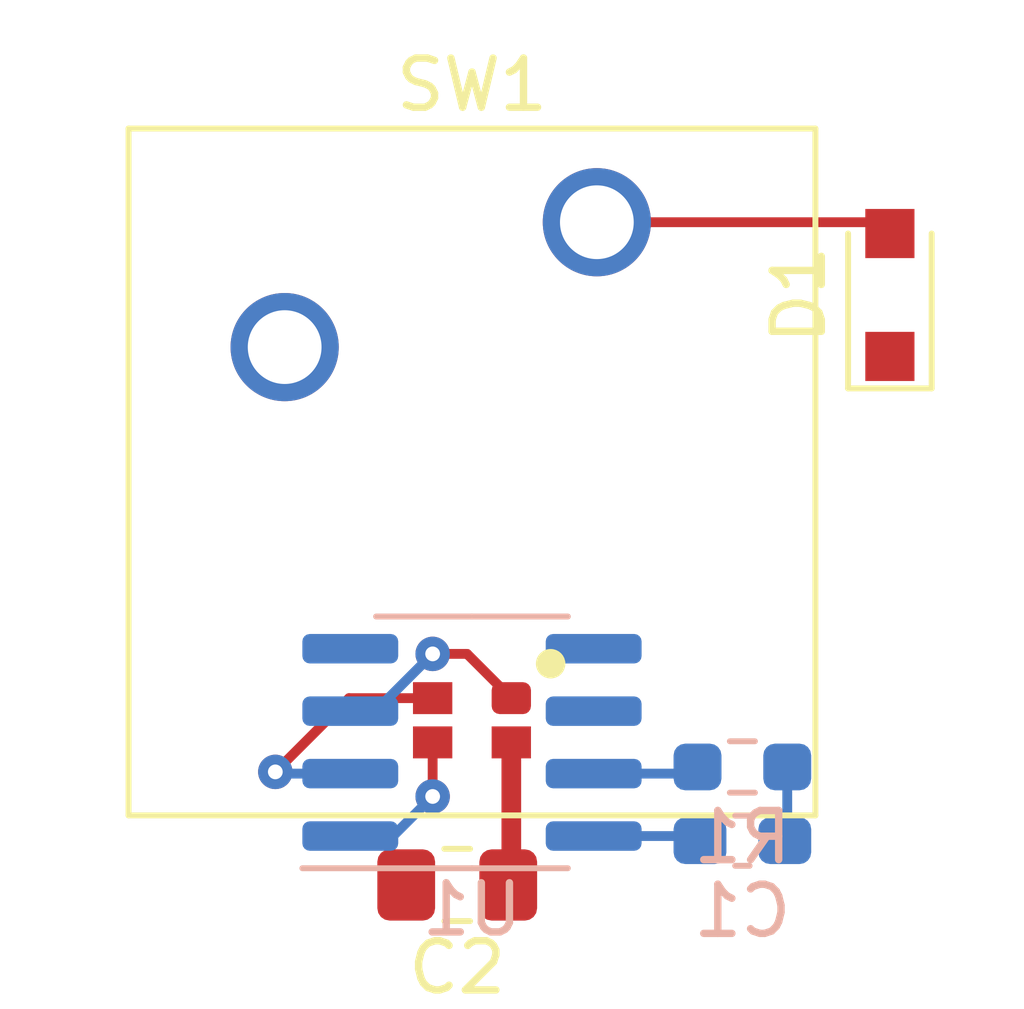
<source format=kicad_pcb>
(kicad_pcb (version 20171130) (host pcbnew 5.1.9-73d0e3b20d~88~ubuntu20.04.1)

  (general
    (thickness 1.6)
    (drawings 0)
    (tracks 24)
    (zones 0)
    (modules 6)
    (nets 13)
  )

  (page A4)
  (layers
    (0 F.Cu signal)
    (31 B.Cu signal)
    (32 B.Adhes user)
    (33 F.Adhes user)
    (34 B.Paste user)
    (35 F.Paste user)
    (36 B.SilkS user)
    (37 F.SilkS user)
    (38 B.Mask user)
    (39 F.Mask user)
    (40 Dwgs.User user)
    (41 Cmts.User user)
    (42 Eco1.User user)
    (43 Eco2.User user)
    (44 Edge.Cuts user)
    (45 Margin user)
    (46 B.CrtYd user)
    (47 F.CrtYd user)
    (48 B.Fab user)
    (49 F.Fab user)
  )

  (setup
    (last_trace_width 0.2)
    (trace_clearance 0.2)
    (zone_clearance 0.508)
    (zone_45_only no)
    (trace_min 0.127)
    (via_size 0.7)
    (via_drill 0.3)
    (via_min_size 0.7)
    (via_min_drill 0.3)
    (uvia_size 0.3)
    (uvia_drill 0.1)
    (uvias_allowed no)
    (uvia_min_size 0.2)
    (uvia_min_drill 0.1)
    (edge_width 0.1)
    (segment_width 0.2)
    (pcb_text_width 0.3)
    (pcb_text_size 1.5 1.5)
    (mod_edge_width 0.15)
    (mod_text_size 1 1)
    (mod_text_width 0.15)
    (pad_size 1.524 1.524)
    (pad_drill 0.762)
    (pad_to_mask_clearance 0)
    (aux_axis_origin 0 0)
    (visible_elements FFFFFF7F)
    (pcbplotparams
      (layerselection 0x010fc_ffffffff)
      (usegerberextensions false)
      (usegerberattributes true)
      (usegerberadvancedattributes true)
      (creategerberjobfile true)
      (excludeedgelayer true)
      (linewidth 0.100000)
      (plotframeref false)
      (viasonmask false)
      (mode 1)
      (useauxorigin false)
      (hpglpennumber 1)
      (hpglpenspeed 20)
      (hpglpendiameter 15.000000)
      (psnegative false)
      (psa4output false)
      (plotreference true)
      (plotvalue true)
      (plotinvisibletext false)
      (padsonsilk false)
      (subtractmaskfromsilk false)
      (outputformat 1)
      (mirror false)
      (drillshape 1)
      (scaleselection 1)
      (outputdirectory ""))
  )

  (net 0 "")
  (net 1 +3V3)
  (net 2 GND)
  (net 3 /SW_ROW)
  (net 4 "Net-(D1-Pad2)")
  (net 5 "Net-(R1-Pad1)")
  (net 6 /SW_COL)
  (net 7 "Net-(SW1-Pad1)")
  (net 8 "Net-(SW1-Pad2)")
  (net 9 "Net-(SW1-Pad4)")
  (net 10 /DO)
  (net 11 /DI)
  (net 12 VLED)

  (net_class Default "This is the default net class."
    (clearance 0.2)
    (trace_width 0.2)
    (via_dia 0.7)
    (via_drill 0.3)
    (uvia_dia 0.3)
    (uvia_drill 0.1)
    (add_net +3V3)
    (add_net /DI)
    (add_net /DO)
    (add_net /SW_COL)
    (add_net /SW_ROW)
    (add_net GND)
    (add_net "Net-(D1-Pad2)")
    (add_net "Net-(R1-Pad1)")
    (add_net "Net-(SW1-Pad1)")
    (add_net "Net-(SW1-Pad2)")
    (add_net "Net-(SW1-Pad4)")
  )

  (net_class LED_Power ""
    (clearance 0.2)
    (trace_width 0.4)
    (via_dia 0.9)
    (via_drill 0.5)
    (uvia_dia 0.3)
    (uvia_drill 0.1)
    (add_net VLED)
  )

  (module Capacitor_SMD:C_0603_1608Metric_Pad1.08x0.95mm_HandSolder (layer B.Cu) (tedit 5F68FEEF) (tstamp 604B53F7)
    (at 151.5 117.1)
    (descr "Capacitor SMD 0603 (1608 Metric), square (rectangular) end terminal, IPC_7351 nominal with elongated pad for handsoldering. (Body size source: IPC-SM-782 page 76, https://www.pcb-3d.com/wordpress/wp-content/uploads/ipc-sm-782a_amendment_1_and_2.pdf), generated with kicad-footprint-generator")
    (tags "capacitor handsolder")
    (path /604C2DB8)
    (attr smd)
    (fp_text reference C1 (at 0 1.43 180) (layer B.SilkS)
      (effects (font (size 1 1) (thickness 0.15)) (justify mirror))
    )
    (fp_text value 100nF (at 0 -1.43 180) (layer B.Fab)
      (effects (font (size 1 1) (thickness 0.15)) (justify mirror))
    )
    (fp_line (start 1.65 -0.73) (end -1.65 -0.73) (layer B.CrtYd) (width 0.05))
    (fp_line (start 1.65 0.73) (end 1.65 -0.73) (layer B.CrtYd) (width 0.05))
    (fp_line (start -1.65 0.73) (end 1.65 0.73) (layer B.CrtYd) (width 0.05))
    (fp_line (start -1.65 -0.73) (end -1.65 0.73) (layer B.CrtYd) (width 0.05))
    (fp_line (start -0.146267 -0.51) (end 0.146267 -0.51) (layer B.SilkS) (width 0.12))
    (fp_line (start -0.146267 0.51) (end 0.146267 0.51) (layer B.SilkS) (width 0.12))
    (fp_line (start 0.8 -0.4) (end -0.8 -0.4) (layer B.Fab) (width 0.1))
    (fp_line (start 0.8 0.4) (end 0.8 -0.4) (layer B.Fab) (width 0.1))
    (fp_line (start -0.8 0.4) (end 0.8 0.4) (layer B.Fab) (width 0.1))
    (fp_line (start -0.8 -0.4) (end -0.8 0.4) (layer B.Fab) (width 0.1))
    (fp_text user %R (at 0 0 180) (layer B.Fab)
      (effects (font (size 0.4 0.4) (thickness 0.06)) (justify mirror))
    )
    (pad 1 smd roundrect (at -0.8625 0) (size 1.075 0.95) (layers B.Cu B.Paste B.Mask) (roundrect_rratio 0.25)
      (net 1 +3V3))
    (pad 2 smd roundrect (at 0.8625 0) (size 1.075 0.95) (layers B.Cu B.Paste B.Mask) (roundrect_rratio 0.25)
      (net 2 GND))
    (model ${KISYS3DMOD}/Capacitor_SMD.3dshapes/C_0603_1608Metric.wrl
      (at (xyz 0 0 0))
      (scale (xyz 1 1 1))
      (rotate (xyz 0 0 0))
    )
  )

  (module Capacitor_SMD:C_0805_2012Metric_Pad1.18x1.45mm_HandSolder (layer F.Cu) (tedit 5F68FEEF) (tstamp 604B4FD2)
    (at 145.7 118 180)
    (descr "Capacitor SMD 0805 (2012 Metric), square (rectangular) end terminal, IPC_7351 nominal with elongated pad for handsoldering. (Body size source: IPC-SM-782 page 76, https://www.pcb-3d.com/wordpress/wp-content/uploads/ipc-sm-782a_amendment_1_and_2.pdf, https://docs.google.com/spreadsheets/d/1BsfQQcO9C6DZCsRaXUlFlo91Tg2WpOkGARC1WS5S8t0/edit?usp=sharing), generated with kicad-footprint-generator")
    (tags "capacitor handsolder")
    (path /604BE188)
    (attr smd)
    (fp_text reference C2 (at 0 -1.68) (layer F.SilkS)
      (effects (font (size 1 1) (thickness 0.15)))
    )
    (fp_text value 2.2uF (at 0 1.68) (layer F.Fab)
      (effects (font (size 1 1) (thickness 0.15)))
    )
    (fp_line (start 1.88 0.98) (end -1.88 0.98) (layer F.CrtYd) (width 0.05))
    (fp_line (start 1.88 -0.98) (end 1.88 0.98) (layer F.CrtYd) (width 0.05))
    (fp_line (start -1.88 -0.98) (end 1.88 -0.98) (layer F.CrtYd) (width 0.05))
    (fp_line (start -1.88 0.98) (end -1.88 -0.98) (layer F.CrtYd) (width 0.05))
    (fp_line (start -0.261252 0.735) (end 0.261252 0.735) (layer F.SilkS) (width 0.12))
    (fp_line (start -0.261252 -0.735) (end 0.261252 -0.735) (layer F.SilkS) (width 0.12))
    (fp_line (start 1 0.625) (end -1 0.625) (layer F.Fab) (width 0.1))
    (fp_line (start 1 -0.625) (end 1 0.625) (layer F.Fab) (width 0.1))
    (fp_line (start -1 -0.625) (end 1 -0.625) (layer F.Fab) (width 0.1))
    (fp_line (start -1 0.625) (end -1 -0.625) (layer F.Fab) (width 0.1))
    (fp_text user %R (at 0 -0.005001) (layer F.Fab)
      (effects (font (size 0.5 0.5) (thickness 0.08)))
    )
    (pad 1 smd roundrect (at -1.0375 0 180) (size 1.175 1.45) (layers F.Cu F.Paste F.Mask) (roundrect_rratio 0.212766)
      (net 12 VLED))
    (pad 2 smd roundrect (at 1.0375 0 180) (size 1.175 1.45) (layers F.Cu F.Paste F.Mask) (roundrect_rratio 0.212766)
      (net 2 GND))
    (model ${KISYS3DMOD}/Capacitor_SMD.3dshapes/C_0805_2012Metric.wrl
      (at (xyz 0 0 0))
      (scale (xyz 1 1 1))
      (rotate (xyz 0 0 0))
    )
  )

  (module Diode_SMD:D_SOD-323_HandSoldering (layer F.Cu) (tedit 58641869) (tstamp 604B4FEA)
    (at 154.5 106 90)
    (descr SOD-323)
    (tags SOD-323)
    (path /604B9203)
    (attr smd)
    (fp_text reference D1 (at 0 -1.85 90) (layer F.SilkS)
      (effects (font (size 1 1) (thickness 0.15)))
    )
    (fp_text value 1N4148WS (at 0.1 1.9 90) (layer F.Fab)
      (effects (font (size 1 1) (thickness 0.15)))
    )
    (fp_line (start -1.9 -0.85) (end 1.25 -0.85) (layer F.SilkS) (width 0.12))
    (fp_line (start -1.9 0.85) (end 1.25 0.85) (layer F.SilkS) (width 0.12))
    (fp_line (start -2 -0.95) (end -2 0.95) (layer F.CrtYd) (width 0.05))
    (fp_line (start -2 0.95) (end 2 0.95) (layer F.CrtYd) (width 0.05))
    (fp_line (start 2 -0.95) (end 2 0.95) (layer F.CrtYd) (width 0.05))
    (fp_line (start -2 -0.95) (end 2 -0.95) (layer F.CrtYd) (width 0.05))
    (fp_line (start -0.9 -0.7) (end 0.9 -0.7) (layer F.Fab) (width 0.1))
    (fp_line (start 0.9 -0.7) (end 0.9 0.7) (layer F.Fab) (width 0.1))
    (fp_line (start 0.9 0.7) (end -0.9 0.7) (layer F.Fab) (width 0.1))
    (fp_line (start -0.9 0.7) (end -0.9 -0.7) (layer F.Fab) (width 0.1))
    (fp_line (start -0.3 -0.35) (end -0.3 0.35) (layer F.Fab) (width 0.1))
    (fp_line (start -0.3 0) (end -0.5 0) (layer F.Fab) (width 0.1))
    (fp_line (start -0.3 0) (end 0.2 -0.35) (layer F.Fab) (width 0.1))
    (fp_line (start 0.2 -0.35) (end 0.2 0.35) (layer F.Fab) (width 0.1))
    (fp_line (start 0.2 0.35) (end -0.3 0) (layer F.Fab) (width 0.1))
    (fp_line (start 0.2 0) (end 0.45 0) (layer F.Fab) (width 0.1))
    (fp_line (start -1.9 -0.85) (end -1.9 0.85) (layer F.SilkS) (width 0.12))
    (fp_text user %R (at 0 -1.85 90) (layer F.Fab)
      (effects (font (size 1 1) (thickness 0.15)))
    )
    (pad 1 smd rect (at -1.25 0 90) (size 1 1) (layers F.Cu F.Paste F.Mask)
      (net 3 /SW_ROW))
    (pad 2 smd rect (at 1.25 0 90) (size 1 1) (layers F.Cu F.Paste F.Mask)
      (net 4 "Net-(D1-Pad2)"))
    (model ${KISYS3DMOD}/Diode_SMD.3dshapes/D_SOD-323.wrl
      (at (xyz 0 0 0))
      (scale (xyz 1 1 1))
      (rotate (xyz 0 0 0))
    )
  )

  (module Resistor_SMD:R_0603_1608Metric_Pad0.98x0.95mm_HandSolder (layer B.Cu) (tedit 5F68FEEE) (tstamp 604B4FFB)
    (at 151.5 115.6)
    (descr "Resistor SMD 0603 (1608 Metric), square (rectangular) end terminal, IPC_7351 nominal with elongated pad for handsoldering. (Body size source: IPC-SM-782 page 72, https://www.pcb-3d.com/wordpress/wp-content/uploads/ipc-sm-782a_amendment_1_and_2.pdf), generated with kicad-footprint-generator")
    (tags "resistor handsolder")
    (path /604CFE96)
    (attr smd)
    (fp_text reference R1 (at 0 1.43 180) (layer B.SilkS)
      (effects (font (size 1 1) (thickness 0.15)) (justify mirror))
    )
    (fp_text value 10.5K (at 0 -1.43 180) (layer B.Fab)
      (effects (font (size 1 1) (thickness 0.15)) (justify mirror))
    )
    (fp_line (start 1.65 -0.73) (end -1.65 -0.73) (layer B.CrtYd) (width 0.05))
    (fp_line (start 1.65 0.73) (end 1.65 -0.73) (layer B.CrtYd) (width 0.05))
    (fp_line (start -1.65 0.73) (end 1.65 0.73) (layer B.CrtYd) (width 0.05))
    (fp_line (start -1.65 -0.73) (end -1.65 0.73) (layer B.CrtYd) (width 0.05))
    (fp_line (start -0.254724 -0.5225) (end 0.254724 -0.5225) (layer B.SilkS) (width 0.12))
    (fp_line (start -0.254724 0.5225) (end 0.254724 0.5225) (layer B.SilkS) (width 0.12))
    (fp_line (start 0.8 -0.4125) (end -0.8 -0.4125) (layer B.Fab) (width 0.1))
    (fp_line (start 0.8 0.4125) (end 0.8 -0.4125) (layer B.Fab) (width 0.1))
    (fp_line (start -0.8 0.4125) (end 0.8 0.4125) (layer B.Fab) (width 0.1))
    (fp_line (start -0.8 -0.4125) (end -0.8 0.4125) (layer B.Fab) (width 0.1))
    (fp_text user %R (at 0 0 180) (layer B.Fab)
      (effects (font (size 0.4 0.4) (thickness 0.06)) (justify mirror))
    )
    (pad 1 smd roundrect (at -0.9125 0) (size 0.975 0.95) (layers B.Cu B.Paste B.Mask) (roundrect_rratio 0.25)
      (net 5 "Net-(R1-Pad1)"))
    (pad 2 smd roundrect (at 0.9125 0) (size 0.975 0.95) (layers B.Cu B.Paste B.Mask) (roundrect_rratio 0.25)
      (net 2 GND))
    (model ${KISYS3DMOD}/Resistor_SMD.3dshapes/R_0603_1608Metric.wrl
      (at (xyz 0 0 0))
      (scale (xyz 1 1 1))
      (rotate (xyz 0 0 0))
    )
  )

  (module woodpecker:SW_Cherry_MX_1.00u_PCB_SMD_LED (layer F.Cu) (tedit 6048E90E) (tstamp 604B501A)
    (at 146 109.600001)
    (descr "Cherry MX keyswitch, 1.00u, PCB mount, http://cherryamericas.com/wp-content/uploads/2014/12/mx_cat.pdf")
    (tags "Cherry MX keyswitch 1.00u PCB")
    (path /604B48F1)
    (fp_text reference SW1 (at 0 -7.874) (layer F.SilkS)
      (effects (font (size 1 1) (thickness 0.15)))
    )
    (fp_text value Cherry_MX_LED (at 0 7.874) (layer F.Fab)
      (effects (font (size 1 1) (thickness 0.15)))
    )
    (fp_line (start -6.985 6.985) (end -6.985 -6.985) (layer F.SilkS) (width 0.12))
    (fp_line (start 6.985 6.985) (end -6.985 6.985) (layer F.SilkS) (width 0.12))
    (fp_line (start 6.985 -6.985) (end 6.985 6.985) (layer F.SilkS) (width 0.12))
    (fp_line (start -6.985 -6.985) (end 6.985 -6.985) (layer F.SilkS) (width 0.12))
    (fp_line (start -9.525 9.525) (end -9.525 -9.525) (layer Dwgs.User) (width 0.15))
    (fp_line (start 9.525 9.525) (end -9.525 9.525) (layer Dwgs.User) (width 0.15))
    (fp_line (start 9.525 -9.525) (end 9.525 9.525) (layer Dwgs.User) (width 0.15))
    (fp_line (start -9.525 -9.525) (end 9.525 -9.525) (layer Dwgs.User) (width 0.15))
    (fp_line (start -6.6 -6.6) (end 6.6 -6.6) (layer F.CrtYd) (width 0.05))
    (fp_line (start 6.6 -6.6) (end 6.6 6.6) (layer F.CrtYd) (width 0.05))
    (fp_line (start 6.6 6.6) (end -6.6 6.6) (layer F.CrtYd) (width 0.05))
    (fp_line (start -6.6 6.6) (end -6.6 -6.6) (layer F.CrtYd) (width 0.05))
    (fp_line (start -6.35 6.35) (end -6.35 -6.35) (layer F.Fab) (width 0.1))
    (fp_line (start 6.35 6.35) (end -6.35 6.35) (layer F.Fab) (width 0.1))
    (fp_line (start 6.35 -6.35) (end 6.35 6.35) (layer F.Fab) (width 0.1))
    (fp_line (start -6.35 -6.35) (end 6.35 -6.35) (layer F.Fab) (width 0.1))
    (fp_circle (center 1.6 3.9) (end 1.75 3.9) (layer F.SilkS) (width 0.3))
    (fp_text user %R (at 0 -7.874) (layer F.Fab)
      (effects (font (size 1 1) (thickness 0.15)))
    )
    (pad 5 thru_hole circle (at 2.54 -5.08) (size 2.2 2.2) (drill 1.5) (layers *.Cu *.Mask)
      (net 4 "Net-(D1-Pad2)"))
    (pad 6 thru_hole circle (at -3.81 -2.54) (size 2.2 2.2) (drill 1.5) (layers *.Cu *.Mask)
      (net 6 /SW_COL))
    (pad "" np_thru_hole circle (at 0 0) (size 4 4) (drill 4) (layers *.Cu *.Mask))
    (pad "" np_thru_hole circle (at -5.08 0) (size 1.7 1.7) (drill 1.7) (layers *.Cu *.Mask))
    (pad "" np_thru_hole circle (at 5.08 0) (size 1.7 1.7) (drill 1.7) (layers *.Cu *.Mask))
    (pad 1 smd roundrect (at 0.8 4.6) (size 0.8 0.65) (layers F.Cu F.Paste F.Mask) (roundrect_rratio 0.25)
      (net 7 "Net-(SW1-Pad1)"))
    (pad 2 smd rect (at -0.8 4.6) (size 0.8 0.65) (layers F.Cu F.Paste F.Mask)
      (net 8 "Net-(SW1-Pad2)"))
    (pad 3 smd rect (at 0.8 5.5) (size 0.8 0.65) (layers F.Cu F.Paste F.Mask)
      (net 12 VLED))
    (pad 4 smd rect (at -0.8 5.5) (size 0.8 0.65) (layers F.Cu F.Paste F.Mask)
      (net 9 "Net-(SW1-Pad4)"))
    (model ${KISYS3DMOD}/Button_Switch_Keyboard.3dshapes/SW_Cherry_MX_1.00u_PCB.wrl
      (at (xyz 0 0 0))
      (scale (xyz 1 1 1))
      (rotate (xyz 0 0 0))
    )
    (model ${KIPRJMOD}/libs/MX_SWITCH_CLEAR.step
      (at (xyz 0 0 0))
      (scale (xyz 1 1 1))
      (rotate (xyz 0 0 0))
    )
  )

  (module Package_SO:SOIC-8_3.9x4.9mm_P1.27mm (layer B.Cu) (tedit 5D9F72B1) (tstamp 604B517D)
    (at 146 115.1)
    (descr "SOIC, 8 Pin (JEDEC MS-012AA, https://www.analog.com/media/en/package-pcb-resources/package/pkg_pdf/soic_narrow-r/r_8.pdf), generated with kicad-footprint-generator ipc_gullwing_generator.py")
    (tags "SOIC SO")
    (path /604B51B1)
    (attr smd)
    (fp_text reference U1 (at 0 3.4) (layer B.SilkS)
      (effects (font (size 1 1) (thickness 0.15)) (justify mirror))
    )
    (fp_text value TLC5973 (at 0 -3.4) (layer B.Fab)
      (effects (font (size 1 1) (thickness 0.15)) (justify mirror))
    )
    (fp_line (start 3.7 2.7) (end -3.7 2.7) (layer B.CrtYd) (width 0.05))
    (fp_line (start 3.7 -2.7) (end 3.7 2.7) (layer B.CrtYd) (width 0.05))
    (fp_line (start -3.7 -2.7) (end 3.7 -2.7) (layer B.CrtYd) (width 0.05))
    (fp_line (start -3.7 2.7) (end -3.7 -2.7) (layer B.CrtYd) (width 0.05))
    (fp_line (start -1.95 1.475) (end -0.975 2.45) (layer B.Fab) (width 0.1))
    (fp_line (start -1.95 -2.45) (end -1.95 1.475) (layer B.Fab) (width 0.1))
    (fp_line (start 1.95 -2.45) (end -1.95 -2.45) (layer B.Fab) (width 0.1))
    (fp_line (start 1.95 2.45) (end 1.95 -2.45) (layer B.Fab) (width 0.1))
    (fp_line (start -0.975 2.45) (end 1.95 2.45) (layer B.Fab) (width 0.1))
    (fp_line (start 0 2.56) (end -3.45 2.56) (layer B.SilkS) (width 0.12))
    (fp_line (start 0 2.56) (end 1.95 2.56) (layer B.SilkS) (width 0.12))
    (fp_line (start 0 -2.56) (end -1.95 -2.56) (layer B.SilkS) (width 0.12))
    (fp_line (start 0 -2.56) (end 1.95 -2.56) (layer B.SilkS) (width 0.12))
    (fp_text user %R (at 0 0) (layer B.Fab)
      (effects (font (size 0.98 0.98) (thickness 0.15)) (justify mirror))
    )
    (pad 1 smd roundrect (at -2.475 1.905) (size 1.95 0.6) (layers B.Cu B.Paste B.Mask) (roundrect_rratio 0.25)
      (net 9 "Net-(SW1-Pad4)"))
    (pad 2 smd roundrect (at -2.475 0.635) (size 1.95 0.6) (layers B.Cu B.Paste B.Mask) (roundrect_rratio 0.25)
      (net 8 "Net-(SW1-Pad2)"))
    (pad 3 smd roundrect (at -2.475 -0.635) (size 1.95 0.6) (layers B.Cu B.Paste B.Mask) (roundrect_rratio 0.25)
      (net 7 "Net-(SW1-Pad1)"))
    (pad 4 smd roundrect (at -2.475 -1.905) (size 1.95 0.6) (layers B.Cu B.Paste B.Mask) (roundrect_rratio 0.25)
      (net 2 GND))
    (pad 5 smd roundrect (at 2.475 -1.905) (size 1.95 0.6) (layers B.Cu B.Paste B.Mask) (roundrect_rratio 0.25)
      (net 10 /DO))
    (pad 6 smd roundrect (at 2.475 -0.635) (size 1.95 0.6) (layers B.Cu B.Paste B.Mask) (roundrect_rratio 0.25)
      (net 11 /DI))
    (pad 7 smd roundrect (at 2.475 0.635) (size 1.95 0.6) (layers B.Cu B.Paste B.Mask) (roundrect_rratio 0.25)
      (net 5 "Net-(R1-Pad1)"))
    (pad 8 smd roundrect (at 2.475 1.905) (size 1.95 0.6) (layers B.Cu B.Paste B.Mask) (roundrect_rratio 0.25)
      (net 1 +3V3))
    (model ${KISYS3DMOD}/Package_SO.3dshapes/SOIC-8_3.9x4.9mm_P1.27mm.wrl
      (at (xyz 0 0 0))
      (scale (xyz 1 1 1))
      (rotate (xyz 0 0 0))
    )
  )

  (segment (start 150.5425 117.005) (end 150.6375 117.1) (width 0.2) (layer B.Cu) (net 1))
  (segment (start 148.475 117.005) (end 150.5425 117.005) (width 0.2) (layer B.Cu) (net 1))
  (segment (start 152.4125 117.05) (end 152.3625 117.1) (width 0.2) (layer B.Cu) (net 2))
  (segment (start 152.4125 115.6) (end 152.4125 117.05) (width 0.2) (layer B.Cu) (net 2))
  (segment (start 154.270001 104.520001) (end 154.5 104.75) (width 0.2) (layer F.Cu) (net 4))
  (segment (start 148.54 104.520001) (end 154.270001 104.520001) (width 0.2) (layer F.Cu) (net 4))
  (segment (start 150.4525 115.735) (end 150.5875 115.6) (width 0.2) (layer B.Cu) (net 5))
  (segment (start 148.475 115.735) (end 150.4525 115.735) (width 0.2) (layer B.Cu) (net 5))
  (via (at 145.2 113.3) (size 0.7) (drill 0.3) (layers F.Cu B.Cu) (net 7))
  (segment (start 144.035 114.465) (end 145.2 113.3) (width 0.2) (layer B.Cu) (net 7))
  (segment (start 143.525 114.465) (end 144.035 114.465) (width 0.2) (layer B.Cu) (net 7))
  (segment (start 145.899999 113.3) (end 146.8 114.200001) (width 0.2) (layer F.Cu) (net 7))
  (segment (start 145.2 113.3) (end 145.899999 113.3) (width 0.2) (layer F.Cu) (net 7))
  (via (at 142 115.7) (size 0.7) (drill 0.3) (layers F.Cu B.Cu) (net 8))
  (segment (start 142.035 115.735) (end 142 115.7) (width 0.2) (layer B.Cu) (net 8))
  (segment (start 143.525 115.735) (end 142.035 115.735) (width 0.2) (layer B.Cu) (net 8))
  (segment (start 143.499999 114.200001) (end 145.2 114.200001) (width 0.2) (layer F.Cu) (net 8))
  (segment (start 142 115.7) (end 143.499999 114.200001) (width 0.2) (layer F.Cu) (net 8))
  (via (at 145.2 116.2) (size 0.7) (drill 0.3) (layers F.Cu B.Cu) (net 9))
  (segment (start 144.395 117.005) (end 145.2 116.2) (width 0.2) (layer B.Cu) (net 9))
  (segment (start 143.525 117.005) (end 144.395 117.005) (width 0.2) (layer B.Cu) (net 9))
  (segment (start 145.2 116.2) (end 145.2 115.100001) (width 0.2) (layer F.Cu) (net 9))
  (segment (start 146.8 117.9375) (end 146.7375 118) (width 0.4) (layer F.Cu) (net 12))
  (segment (start 146.8 115.100001) (end 146.8 117.9375) (width 0.4) (layer F.Cu) (net 12))

)

</source>
